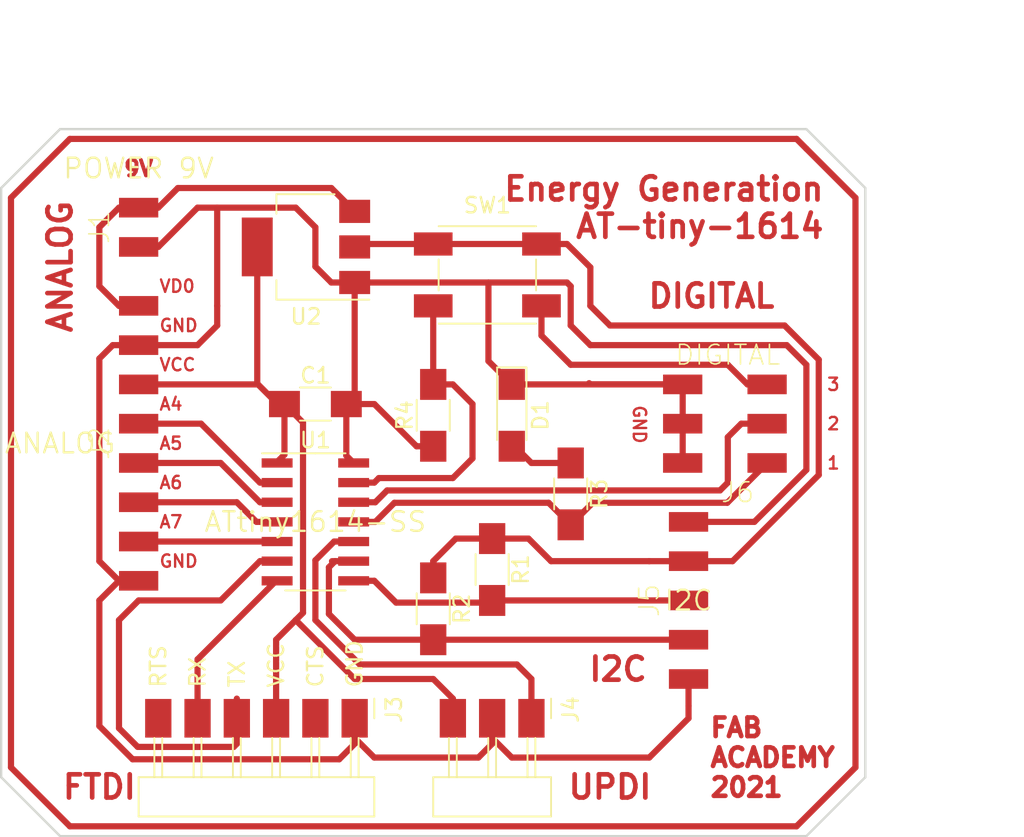
<source format=kicad_pcb>
(kicad_pcb (version 20171130) (host pcbnew 5.1.9-73d0e3b20d~88~ubuntu20.04.1)

  (general
    (thickness 1.6)
    (drawings 34)
    (tracks 185)
    (zones 0)
    (modules 15)
    (nets 19)
  )

  (page A4)
  (layers
    (0 F.Cu signal)
    (31 B.Cu signal hide)
    (32 B.Adhes user hide)
    (33 F.Adhes user)
    (34 B.Paste user hide)
    (35 F.Paste user)
    (36 B.SilkS user hide)
    (37 F.SilkS user hide)
    (38 B.Mask user hide)
    (39 F.Mask user)
    (40 Dwgs.User user)
    (41 Cmts.User user hide)
    (42 Eco1.User user hide)
    (43 Eco2.User user hide)
    (44 Edge.Cuts user)
    (45 Margin user hide)
    (46 B.CrtYd user hide)
    (47 F.CrtYd user)
    (48 B.Fab user hide)
    (49 F.Fab user)
  )

  (setup
    (last_trace_width 0.4)
    (trace_clearance 0.4)
    (zone_clearance 0.508)
    (zone_45_only no)
    (trace_min 0.2)
    (via_size 0.8)
    (via_drill 0.4)
    (via_min_size 0.4)
    (via_min_drill 0.3)
    (uvia_size 0.3)
    (uvia_drill 0.1)
    (uvias_allowed no)
    (uvia_min_size 0.2)
    (uvia_min_drill 0.1)
    (edge_width 0.1)
    (segment_width 0.2)
    (pcb_text_width 0.3)
    (pcb_text_size 1.5 1.5)
    (mod_edge_width 0.15)
    (mod_text_size 1 1)
    (mod_text_width 0.15)
    (pad_size 2 1.7)
    (pad_drill 0)
    (pad_to_mask_clearance 0)
    (aux_axis_origin 0 0)
    (visible_elements FFFFFF7F)
    (pcbplotparams
      (layerselection 0x010fc_ffffffff)
      (usegerberextensions false)
      (usegerberattributes true)
      (usegerberadvancedattributes true)
      (creategerberjobfile true)
      (excludeedgelayer true)
      (linewidth 0.100000)
      (plotframeref false)
      (viasonmask false)
      (mode 1)
      (useauxorigin false)
      (hpglpennumber 1)
      (hpglpenspeed 20)
      (hpglpendiameter 15.000000)
      (psnegative false)
      (psa4output false)
      (plotreference true)
      (plotvalue true)
      (plotinvisibletext false)
      (padsonsilk false)
      (subtractmaskfromsilk false)
      (outputformat 1)
      (mirror false)
      (drillshape 1)
      (scaleselection 1)
      (outputdirectory ""))
  )

  (net 0 "")
  (net 1 /GND)
  (net 2 /VCC)
  (net 3 "Net-(D1-Pad2)")
  (net 4 /VD0)
  (net 5 /PA4)
  (net 6 /PA5)
  (net 7 /PA6)
  (net 8 /PA7)
  (net 9 "Net-(J3-Pad2)")
  (net 10 /TX)
  (net 11 /RX)
  (net 12 "Net-(J3-Pad6)")
  (net 13 /UPDI)
  (net 14 /SDA)
  (net 15 /SCL)
  (net 16 /PA1)
  (net 17 /PA2)
  (net 18 /PA3)

  (net_class Default "This is the default net class."
    (clearance 0.4)
    (trace_width 0.4)
    (via_dia 0.8)
    (via_drill 0.4)
    (uvia_dia 0.3)
    (uvia_drill 0.1)
    (add_net /GND)
    (add_net /PA1)
    (add_net /PA2)
    (add_net /PA3)
    (add_net /PA4)
    (add_net /PA5)
    (add_net /PA6)
    (add_net /PA7)
    (add_net /RX)
    (add_net /SCL)
    (add_net /SDA)
    (add_net /TX)
    (add_net /UPDI)
    (add_net /VCC)
    (add_net /VD0)
    (add_net "Net-(D1-Pad2)")
    (add_net "Net-(J3-Pad2)")
    (add_net "Net-(J3-Pad6)")
  )

  (module fab:Header_SMD_01x03_P2.54mm_Horizontal_Male (layer F.Cu) (tedit 5FFC95A6) (tstamp 6046B674)
    (at 142.24 95.885 270)
    (descr https://s3.amazonaws.com/catalogspreads-pdf/PAGE112-113%20.100%20MALE%20HDR.pdf)
    (tags "horizontal pin header SMD 2.54mm")
    (path /60474504)
    (attr smd)
    (fp_text reference J4 (at -1.524 -2.54 270) (layer F.SilkS)
      (effects (font (size 1 1) (thickness 0.15)) (justify right))
    )
    (fp_text value UPDI (at 5.08 2.54 180) (layer F.Fab)
      (effects (font (size 1 1) (thickness 0.15)))
    )
    (fp_line (start 6.4 -1.8) (end -1.8 -1.8) (layer F.CrtYd) (width 0.05))
    (fp_line (start 6.4 6.9) (end 6.4 -1.8) (layer F.CrtYd) (width 0.05))
    (fp_line (start -1.8 6.9) (end 6.4 6.9) (layer F.CrtYd) (width 0.05))
    (fp_line (start -1.8 -1.8) (end -1.8 6.9) (layer F.CrtYd) (width 0.05))
    (fp_line (start -1.27 -1.27) (end 0 -1.27) (layer F.SilkS) (width 0.12))
    (fp_line (start 3.81 6.35) (end 3.8 -1.27) (layer F.Fab) (width 0.1))
    (fp_line (start 3.8 -1.27) (end 6.34 -1.27) (layer F.Fab) (width 0.1))
    (fp_line (start 3.8 6.35) (end 6.35 6.35) (layer F.Fab) (width 0.1))
    (fp_line (start 6.34 -1.27) (end 6.35 6.35) (layer F.Fab) (width 0.1))
    (fp_line (start 3.81 0) (end -0.635 0) (layer F.Fab) (width 0.1))
    (fp_line (start 3.81 2.54) (end -0.635 2.54) (layer F.Fab) (width 0.1))
    (fp_line (start 3.81 5.08) (end -0.635 5.08) (layer F.Fab) (width 0.1))
    (fp_line (start 3.81 -1.27) (end 6.35 -1.27) (layer F.SilkS) (width 0.12))
    (fp_line (start 6.35 -1.27) (end 6.35 6.35) (layer F.SilkS) (width 0.12))
    (fp_line (start 6.35 6.35) (end 3.81 6.35) (layer F.SilkS) (width 0.12))
    (fp_line (start 3.81 6.35) (end 3.81 -1.27) (layer F.SilkS) (width 0.12))
    (fp_line (start 3.81 -0.254) (end 1.27 -0.254) (layer F.SilkS) (width 0.12))
    (fp_line (start 3.81 0.254) (end 1.27 0.254) (layer F.SilkS) (width 0.12))
    (fp_line (start 3.81 2.286) (end 1.27 2.286) (layer F.SilkS) (width 0.12))
    (fp_line (start 3.81 2.794) (end 1.27 2.794) (layer F.SilkS) (width 0.12))
    (fp_line (start 3.81 4.826) (end 1.27 4.826) (layer F.SilkS) (width 0.12))
    (fp_line (start 3.81 5.334) (end 1.27 5.334) (layer F.SilkS) (width 0.12))
    (fp_line (start -0.635 -0.254) (end -0.635 0.254) (layer F.Fab) (width 0.1))
    (fp_line (start -0.635 2.286) (end -0.635 2.794) (layer F.Fab) (width 0.1))
    (fp_line (start -0.635 4.826) (end -0.635 5.334) (layer F.Fab) (width 0.1))
    (fp_text user %R (at 2.4 2.6) (layer F.Fab)
      (effects (font (size 1 1) (thickness 0.15)))
    )
    (pad 1 smd rect (at 0 0 270) (size 2.5 1.7) (layers F.Cu F.Paste F.Mask)
      (net 13 /UPDI))
    (pad 2 smd rect (at 0 2.54 270) (size 2.5 1.7) (layers F.Cu F.Paste F.Mask)
      (net 1 /GND))
    (pad 3 smd rect (at 0 5.08 270) (size 2.5 1.7) (layers F.Cu F.Paste F.Mask)
      (net 2 /VCC))
    (model "$(FAB)/fab.3dshapes/Header_SMD_01x03_P2.54mm_Horizontal_Male.step"
      (at (xyz 0 0 0))
      (scale (xyz 1 1 1))
      (rotate (xyz 0 0 0))
    )
  )

  (module fab:LED_1206 (layer F.Cu) (tedit 6046CFD7) (tstamp 6046B60B)
    (at 140.97 76.295 270)
    (descr "LED SMD 1206, hand soldering")
    (tags "LED 1206")
    (path /6046F703)
    (attr smd)
    (fp_text reference D1 (at 0 -1.85 90) (layer F.SilkS)
      (effects (font (size 1 1) (thickness 0.15)))
    )
    (fp_text value LED (at -0.095 -1.905 270) (layer F.Fab)
      (effects (font (size 1 1) (thickness 0.15)))
    )
    (fp_line (start 3.25 1.1) (end -3.25 1.1) (layer F.CrtYd) (width 0.05))
    (fp_line (start 3.25 1.1) (end 3.25 -1.11) (layer F.CrtYd) (width 0.05))
    (fp_line (start -3.25 -1.11) (end -3.25 1.1) (layer F.CrtYd) (width 0.05))
    (fp_line (start -3.25 -1.11) (end 3.25 -1.11) (layer F.CrtYd) (width 0.05))
    (fp_line (start -3.1 -0.95) (end 1.6 -0.95) (layer F.SilkS) (width 0.12))
    (fp_line (start -3.1 0.95) (end 1.6 0.95) (layer F.SilkS) (width 0.12))
    (fp_line (start -1.6 -0.8) (end 1.6 -0.8) (layer F.Fab) (width 0.1))
    (fp_line (start 1.6 -0.8) (end 1.6 0.8) (layer F.Fab) (width 0.1))
    (fp_line (start 1.6 0.8) (end -1.6 0.8) (layer F.Fab) (width 0.1))
    (fp_line (start -1.6 0.8) (end -1.6 -0.8) (layer F.Fab) (width 0.1))
    (fp_line (start -0.45 -0.4) (end -0.45 0.4) (layer F.Fab) (width 0.1))
    (fp_line (start 0.2 0.4) (end -0.4 0) (layer F.Fab) (width 0.1))
    (fp_line (start 0.2 -0.4) (end 0.2 0.4) (layer F.Fab) (width 0.1))
    (fp_line (start -0.4 0) (end 0.2 -0.4) (layer F.Fab) (width 0.1))
    (fp_line (start -3.1 -0.95) (end -3.1 0.95) (layer F.SilkS) (width 0.12))
    (pad 2 smd rect (at 2 0 270) (size 2 1.7) (layers F.Cu F.Paste F.Mask)
      (net 3 "Net-(D1-Pad2)"))
    (pad 1 smd rect (at -2 0 270) (size 2 1.7) (layers F.Cu F.Paste F.Mask)
      (net 1 /GND))
    (model ${KISYS3DMOD}/LEDs.3dshapes/LED_1206.wrl
      (at (xyz 0 0 0))
      (scale (xyz 1 1 1))
      (rotate (xyz 0 0 180))
    )
  )

  (module fab:C_1206 (layer F.Cu) (tedit 6002C54C) (tstamp 6046B5F6)
    (at 128.27 75.565)
    (descr "Capacitor SMD 1206, hand soldering")
    (tags "capacitor 1206")
    (path /6046DD35)
    (attr smd)
    (fp_text reference C1 (at 0 -1.85) (layer F.SilkS)
      (effects (font (size 1 1) (thickness 0.15)))
    )
    (fp_text value 1uF (at 0 -1.905) (layer F.Fab)
      (effects (font (size 1 1) (thickness 0.15)))
    )
    (fp_line (start -1.6 0.8) (end -1.6 -0.8) (layer F.Fab) (width 0.1))
    (fp_line (start 1.6 0.8) (end -1.6 0.8) (layer F.Fab) (width 0.1))
    (fp_line (start 1.6 -0.8) (end 1.6 0.8) (layer F.Fab) (width 0.1))
    (fp_line (start -1.6 -0.8) (end 1.6 -0.8) (layer F.Fab) (width 0.1))
    (fp_line (start 1 1.07) (end -1 1.07) (layer F.SilkS) (width 0.12))
    (fp_line (start -1 -1.07) (end 1 -1.07) (layer F.SilkS) (width 0.12))
    (fp_line (start -3.25 -1.11) (end 3.25 -1.11) (layer F.CrtYd) (width 0.05))
    (fp_line (start -3.25 -1.11) (end -3.25 1.1) (layer F.CrtYd) (width 0.05))
    (fp_line (start 3.25 1.1) (end 3.25 -1.11) (layer F.CrtYd) (width 0.05))
    (fp_line (start 3.25 1.1) (end -3.25 1.1) (layer F.CrtYd) (width 0.05))
    (fp_text user %R (at 0 0) (layer F.Fab)
      (effects (font (size 0.7 0.7) (thickness 0.105)))
    )
    (pad 2 smd rect (at 2 0) (size 2 1.7) (layers F.Cu F.Paste F.Mask)
      (net 1 /GND))
    (pad 1 smd rect (at -2 0) (size 2 1.7) (layers F.Cu F.Paste F.Mask)
      (net 2 /VCC))
    (model ${FAB}/fab.3dshapes/C_1206.step
      (at (xyz 0 0 0))
      (scale (xyz 1 1 1))
      (rotate (xyz 0 0 0))
    )
  )

  (module fab:fab-1X02SMD (layer F.Cu) (tedit 5E6F6664) (tstamp 6046B611)
    (at 116.84 64.135)
    (path /604756AE)
    (attr smd)
    (fp_text reference J1 (at -2.54 0 90) (layer F.SilkS)
      (effects (font (size 1.27 1.27) (thickness 0.1016)))
    )
    (fp_text value "POWER 9V" (at 0 -3.81) (layer F.SilkS)
      (effects (font (size 1.27 1.27) (thickness 0.15)))
    )
    (pad 1 smd rect (at 0 -1.27) (size 2.54 1.27) (layers F.Cu F.Paste F.Mask)
      (net 4 /VD0))
    (pad 2 smd rect (at 0 1.27) (size 2.54 1.27) (layers F.Cu F.Paste F.Mask)
      (net 1 /GND))
  )

  (module fab:fab-1X08SMD (layer F.Cu) (tedit 5E6F6B6F) (tstamp 6046B61D)
    (at 116.84 78.105)
    (path /60470836)
    (attr smd)
    (fp_text reference J2 (at -2.54 0 90) (layer F.SilkS)
      (effects (font (size 1.27 1.27) (thickness 0.1016)))
    )
    (fp_text value ANALOG (at -5.08 0) (layer F.SilkS)
      (effects (font (size 1.27 1.27) (thickness 0.15)))
    )
    (pad 1 smd rect (at 0 -8.89) (size 2.54 1.27) (layers F.Cu F.Paste F.Mask)
      (net 4 /VD0))
    (pad 2 smd rect (at 0 -6.35) (size 2.54 1.27) (layers F.Cu F.Paste F.Mask)
      (net 1 /GND))
    (pad 3 smd rect (at 0 -3.81) (size 2.54 1.27) (layers F.Cu F.Paste F.Mask)
      (net 2 /VCC))
    (pad 4 smd rect (at 0 -1.27) (size 2.54 1.27) (layers F.Cu F.Paste F.Mask)
      (net 5 /PA4))
    (pad 5 smd rect (at 0 1.27) (size 2.54 1.27) (layers F.Cu F.Paste F.Mask)
      (net 6 /PA5))
    (pad 6 smd rect (at 0 3.81) (size 2.54 1.27) (layers F.Cu F.Paste F.Mask)
      (net 7 /PA6))
    (pad 8 smd rect (at 0 8.89) (size 2.54 1.27) (layers F.Cu F.Paste F.Mask)
      (net 1 /GND))
    (pad 7 smd rect (at 0 6.35) (size 2.54 1.27) (layers F.Cu F.Paste F.Mask)
      (net 8 /PA7))
  )

  (module fab:Header_SMD_FTDI_01x06_P2.54mm_Horizontal_Male (layer F.Cu) (tedit 5FFD952E) (tstamp 6046B653)
    (at 130.81 95.885 270)
    (descr https://s3.amazonaws.com/catalogspreads-pdf/PAGE112-113%20.100%20MALE%20HDR.pdf)
    (tags "horizontal pin header SMD 2.54mm")
    (path /6046E432)
    (attr smd)
    (fp_text reference J3 (at -1.524 -2.54 270) (layer F.SilkS)
      (effects (font (size 1 1) (thickness 0.15)) (justify right))
    )
    (fp_text value FTDI (at 5.08 6.985 180) (layer F.Fab)
      (effects (font (size 1 1) (thickness 0.15)))
    )
    (fp_line (start -0.635 12.446) (end -0.635 12.954) (layer F.Fab) (width 0.1))
    (fp_line (start -0.635 9.906) (end -0.635 10.414) (layer F.Fab) (width 0.1))
    (fp_line (start -0.635 7.366) (end -0.635 7.874) (layer F.Fab) (width 0.1))
    (fp_line (start -0.635 4.826) (end -0.635 5.334) (layer F.Fab) (width 0.1))
    (fp_line (start -0.635 2.286) (end -0.635 2.794) (layer F.Fab) (width 0.1))
    (fp_line (start -0.635 -0.254) (end -0.635 0.254) (layer F.Fab) (width 0.1))
    (fp_line (start 3.81 12.954) (end 1.27 12.954) (layer F.SilkS) (width 0.12))
    (fp_line (start 3.81 12.446) (end 1.27 12.446) (layer F.SilkS) (width 0.12))
    (fp_line (start 3.81 10.414) (end 1.27 10.414) (layer F.SilkS) (width 0.12))
    (fp_line (start 3.81 9.906) (end 1.27 9.906) (layer F.SilkS) (width 0.12))
    (fp_line (start 3.81 7.874) (end 1.27 7.874) (layer F.SilkS) (width 0.12))
    (fp_line (start 3.81 7.366) (end 1.27 7.366) (layer F.SilkS) (width 0.12))
    (fp_line (start 3.81 5.334) (end 1.27 5.334) (layer F.SilkS) (width 0.12))
    (fp_line (start 3.81 4.826) (end 1.27 4.826) (layer F.SilkS) (width 0.12))
    (fp_line (start 3.81 2.794) (end 1.27 2.794) (layer F.SilkS) (width 0.12))
    (fp_line (start 3.81 2.286) (end 1.27 2.286) (layer F.SilkS) (width 0.12))
    (fp_line (start 3.81 0.254) (end 1.27 0.254) (layer F.SilkS) (width 0.12))
    (fp_line (start 3.81 -0.254) (end 1.27 -0.254) (layer F.SilkS) (width 0.12))
    (fp_line (start 3.81 13.97) (end 3.81 -1.27) (layer F.SilkS) (width 0.12))
    (fp_line (start 6.35 13.97) (end 3.81 13.97) (layer F.SilkS) (width 0.12))
    (fp_line (start 6.35 -1.27) (end 6.35 13.97) (layer F.SilkS) (width 0.12))
    (fp_line (start 3.81 -1.27) (end 6.35 -1.27) (layer F.SilkS) (width 0.12))
    (fp_line (start 3.81 12.7) (end -0.635 12.7) (layer F.Fab) (width 0.1))
    (fp_line (start 3.81 10.16) (end -0.635 10.16) (layer F.Fab) (width 0.1))
    (fp_line (start 3.81 7.62) (end -0.635 7.62) (layer F.Fab) (width 0.1))
    (fp_line (start 3.81 5.08) (end -0.635 5.08) (layer F.Fab) (width 0.1))
    (fp_line (start 3.81 2.54) (end -0.635 2.54) (layer F.Fab) (width 0.1))
    (fp_line (start 3.81 0) (end -0.635 0) (layer F.Fab) (width 0.1))
    (fp_line (start 6.34 -1.27) (end 6.35 13.97) (layer F.Fab) (width 0.1))
    (fp_line (start 3.8 13.97) (end 6.35 13.97) (layer F.Fab) (width 0.1))
    (fp_line (start 3.8 -1.27) (end 6.34 -1.27) (layer F.Fab) (width 0.1))
    (fp_line (start 3.8 13.97) (end 3.8 -1.27) (layer F.Fab) (width 0.1))
    (fp_line (start -1.27 -1.27) (end 0 -1.27) (layer F.SilkS) (width 0.12))
    (fp_line (start -1.8 -1.8) (end -1.8 14.5) (layer F.CrtYd) (width 0.05))
    (fp_line (start -1.8 14.5) (end 6.4 14.5) (layer F.CrtYd) (width 0.05))
    (fp_line (start 6.4 14.5) (end 6.4 -1.8) (layer F.CrtYd) (width 0.05))
    (fp_line (start 6.4 -1.8) (end -1.8 -1.8) (layer F.CrtYd) (width 0.05))
    (fp_text user %R (at 2.6 6.1) (layer F.Fab)
      (effects (font (size 1 1) (thickness 0.15)))
    )
    (fp_text user GND (at -1.905 0 90) (layer F.SilkS)
      (effects (font (size 1 1) (thickness 0.15)) (justify left))
    )
    (fp_text user CTS (at -1.905 2.54 90) (layer F.SilkS)
      (effects (font (size 1 1) (thickness 0.15)) (justify left))
    )
    (fp_text user VCC (at -1.905 5.08 90) (layer F.SilkS)
      (effects (font (size 1 1) (thickness 0.15)) (justify left))
    )
    (fp_text user TX (at -1.905 7.62 90) (layer F.SilkS)
      (effects (font (size 1 1) (thickness 0.15)) (justify left))
    )
    (fp_text user RX (at -1.905 10.16 90) (layer F.SilkS)
      (effects (font (size 1 1) (thickness 0.15)) (justify left))
    )
    (fp_text user RTS (at -1.905 12.7 90) (layer F.SilkS)
      (effects (font (size 1 1) (thickness 0.15)) (justify left))
    )
    (pad 1 smd rect (at 0 0 270) (size 2.5 1.7) (layers F.Cu F.Paste F.Mask)
      (net 1 /GND))
    (pad 2 smd rect (at 0 2.54 270) (size 2.5 1.7) (layers F.Cu F.Paste F.Mask)
      (net 9 "Net-(J3-Pad2)"))
    (pad 3 smd rect (at 0 5.08 270) (size 2.5 1.7) (layers F.Cu F.Paste F.Mask)
      (net 2 /VCC))
    (pad 4 smd rect (at 0 7.62 270) (size 2.5 1.7) (layers F.Cu F.Paste F.Mask)
      (net 10 /TX))
    (pad 5 smd rect (at 0 10.16 270) (size 2.5 1.7) (layers F.Cu F.Paste F.Mask)
      (net 11 /RX))
    (pad 6 smd rect (at 0 12.7 270) (size 2.5 1.7) (layers F.Cu F.Paste F.Mask)
      (net 12 "Net-(J3-Pad6)"))
    (model ${FAB}/fab.3dshapes/Header_SMD_01x06_P2.54mm_Horizontal_Male.step
      (at (xyz 0 0 0))
      (scale (xyz 1 1 1))
      (rotate (xyz 0 0 0))
    )
  )

  (module fab:fab-1X05SMD (layer F.Cu) (tedit 5E6F66F5) (tstamp 6046B67D)
    (at 152.4 88.265)
    (path /60471889)
    (attr smd)
    (fp_text reference J5 (at -2.54 0 90) (layer F.SilkS)
      (effects (font (size 1.27 1.27) (thickness 0.1016)))
    )
    (fp_text value I2C (at 0 0) (layer F.SilkS)
      (effects (font (size 1.27 1.27) (thickness 0.15)))
    )
    (pad 1 smd rect (at 0 -5.08) (size 2.54 1.27) (layers F.Cu F.Paste F.Mask)
      (net 1 /GND))
    (pad 2 smd rect (at 0 -2.54) (size 2.54 1.27) (layers F.Cu F.Paste F.Mask)
      (net 2 /VCC))
    (pad 3 smd rect (at 0 0) (size 2.54 1.27) (layers F.Cu F.Paste F.Mask)
      (net 14 /SDA))
    (pad 4 smd rect (at 0 2.54) (size 2.54 1.27) (layers F.Cu F.Paste F.Mask)
      (net 15 /SCL))
    (pad 5 smd rect (at 0 5.08) (size 2.54 1.27) (layers F.Cu F.Paste F.Mask)
      (net 1 /GND))
  )

  (module fab:fab-2X03SMD (layer F.Cu) (tedit 200000) (tstamp 6046B687)
    (at 154.94 76.835 180)
    (path /6046FEF2)
    (attr smd)
    (fp_text reference J6 (at -0.635 -4.445) (layer F.SilkS)
      (effects (font (size 1.27 1.27) (thickness 0.1016)))
    )
    (fp_text value DIGITAL (at 0 4.445) (layer F.SilkS)
      (effects (font (size 1.27 1.27) (thickness 0.1016)))
    )
    (pad 1 smd rect (at -2.54 -2.54 180) (size 2.54 1.27) (layers F.Cu F.Paste F.Mask)
      (net 16 /PA1))
    (pad 2 smd rect (at 2.91846 -2.54 180) (size 2.54 1.27) (layers F.Cu F.Paste F.Mask)
      (net 1 /GND))
    (pad 3 smd rect (at -2.54 0 180) (size 2.54 1.27) (layers F.Cu F.Paste F.Mask)
      (net 17 /PA2))
    (pad 4 smd rect (at 2.91846 0 180) (size 2.54 1.27) (layers F.Cu F.Paste F.Mask)
      (net 1 /GND))
    (pad 5 smd rect (at -2.54 2.54 180) (size 2.54 1.27) (layers F.Cu F.Paste F.Mask)
      (net 18 /PA3))
    (pad 6 smd rect (at 2.91846 2.54 180) (size 2.54 1.27) (layers F.Cu F.Paste F.Mask)
      (net 1 /GND))
  )

  (module fab:R_1206 (layer F.Cu) (tedit 60020482) (tstamp 6046B698)
    (at 139.7 86.265 270)
    (descr "Resistor SMD 1206, hand soldering")
    (tags "resistor 1206")
    (path /6046CBC8)
    (attr smd)
    (fp_text reference R1 (at 0 -1.85 90) (layer F.SilkS)
      (effects (font (size 1 1) (thickness 0.15)))
    )
    (fp_text value 4.99k (at 0.73 -3.81 180) (layer F.Fab)
      (effects (font (size 1 1) (thickness 0.15)))
    )
    (fp_line (start 3.25 1.1) (end -3.25 1.1) (layer F.CrtYd) (width 0.05))
    (fp_line (start 3.25 1.1) (end 3.25 -1.11) (layer F.CrtYd) (width 0.05))
    (fp_line (start -3.25 -1.11) (end -3.25 1.1) (layer F.CrtYd) (width 0.05))
    (fp_line (start -3.25 -1.11) (end 3.25 -1.11) (layer F.CrtYd) (width 0.05))
    (fp_line (start -1 -1.07) (end 1 -1.07) (layer F.SilkS) (width 0.12))
    (fp_line (start 1 1.07) (end -1 1.07) (layer F.SilkS) (width 0.12))
    (fp_line (start -1.6 -0.8) (end 1.6 -0.8) (layer F.Fab) (width 0.1))
    (fp_line (start 1.6 -0.8) (end 1.6 0.8) (layer F.Fab) (width 0.1))
    (fp_line (start 1.6 0.8) (end -1.6 0.8) (layer F.Fab) (width 0.1))
    (fp_line (start -1.6 0.8) (end -1.6 -0.8) (layer F.Fab) (width 0.1))
    (fp_text user %R (at -3.08 1.905 180) (layer F.Fab)
      (effects (font (size 0.7 0.7) (thickness 0.105)))
    )
    (pad 1 smd rect (at -2 0 270) (size 2 1.7) (layers F.Cu F.Paste F.Mask)
      (net 2 /VCC))
    (pad 2 smd rect (at 2 0 270) (size 2 1.7) (layers F.Cu F.Paste F.Mask)
      (net 14 /SDA))
    (model ${FAB}/fab.3dshapes/R_1206.step
      (at (xyz 0 0 0))
      (scale (xyz 1 1 1))
      (rotate (xyz 0 0 0))
    )
  )

  (module fab:R_1206 (layer F.Cu) (tedit 60020482) (tstamp 6046B6A9)
    (at 135.89 88.805 270)
    (descr "Resistor SMD 1206, hand soldering")
    (tags "resistor 1206")
    (path /6046CF98)
    (attr smd)
    (fp_text reference R2 (at 0 -1.85 90) (layer F.SilkS)
      (effects (font (size 1 1) (thickness 0.15)))
    )
    (fp_text value 4.99k (at 0.73 3.175 180) (layer F.Fab)
      (effects (font (size 1 1) (thickness 0.15)))
    )
    (fp_line (start -1.6 0.8) (end -1.6 -0.8) (layer F.Fab) (width 0.1))
    (fp_line (start 1.6 0.8) (end -1.6 0.8) (layer F.Fab) (width 0.1))
    (fp_line (start 1.6 -0.8) (end 1.6 0.8) (layer F.Fab) (width 0.1))
    (fp_line (start -1.6 -0.8) (end 1.6 -0.8) (layer F.Fab) (width 0.1))
    (fp_line (start 1 1.07) (end -1 1.07) (layer F.SilkS) (width 0.12))
    (fp_line (start -1 -1.07) (end 1 -1.07) (layer F.SilkS) (width 0.12))
    (fp_line (start -3.25 -1.11) (end 3.25 -1.11) (layer F.CrtYd) (width 0.05))
    (fp_line (start -3.25 -1.11) (end -3.25 1.1) (layer F.CrtYd) (width 0.05))
    (fp_line (start 3.25 1.1) (end 3.25 -1.11) (layer F.CrtYd) (width 0.05))
    (fp_line (start 3.25 1.1) (end -3.25 1.1) (layer F.CrtYd) (width 0.05))
    (fp_text user %R (at -3.715 1.27 180) (layer F.Fab)
      (effects (font (size 0.7 0.7) (thickness 0.105)))
    )
    (pad 2 smd rect (at 2 0 270) (size 2 1.7) (layers F.Cu F.Paste F.Mask)
      (net 15 /SCL))
    (pad 1 smd rect (at -2 0 270) (size 2 1.7) (layers F.Cu F.Paste F.Mask)
      (net 2 /VCC))
    (model ${FAB}/fab.3dshapes/R_1206.step
      (at (xyz 0 0 0))
      (scale (xyz 1 1 1))
      (rotate (xyz 0 0 0))
    )
  )

  (module fab:R_1206 (layer F.Cu) (tedit 60020482) (tstamp 6046B6BA)
    (at 144.78 81.375 270)
    (descr "Resistor SMD 1206, hand soldering")
    (tags "resistor 1206")
    (path /6046D332)
    (attr smd)
    (fp_text reference R3 (at 0 -1.85 90) (layer F.SilkS)
      (effects (font (size 1 1) (thickness 0.15)))
    )
    (fp_text value 499 (at -2 -1.905 90) (layer F.Fab)
      (effects (font (size 1 1) (thickness 0.15)))
    )
    (fp_line (start -1.6 0.8) (end -1.6 -0.8) (layer F.Fab) (width 0.1))
    (fp_line (start 1.6 0.8) (end -1.6 0.8) (layer F.Fab) (width 0.1))
    (fp_line (start 1.6 -0.8) (end 1.6 0.8) (layer F.Fab) (width 0.1))
    (fp_line (start -1.6 -0.8) (end 1.6 -0.8) (layer F.Fab) (width 0.1))
    (fp_line (start 1 1.07) (end -1 1.07) (layer F.SilkS) (width 0.12))
    (fp_line (start -1 -1.07) (end 1 -1.07) (layer F.SilkS) (width 0.12))
    (fp_line (start -3.25 -1.11) (end 3.25 -1.11) (layer F.CrtYd) (width 0.05))
    (fp_line (start -3.25 -1.11) (end -3.25 1.1) (layer F.CrtYd) (width 0.05))
    (fp_line (start 3.25 1.1) (end 3.25 -1.11) (layer F.CrtYd) (width 0.05))
    (fp_line (start 3.25 1.1) (end -3.25 1.1) (layer F.CrtYd) (width 0.05))
    (fp_text user %R (at 1.81 -1.905 90) (layer F.Fab)
      (effects (font (size 0.7 0.7) (thickness 0.105)))
    )
    (pad 2 smd rect (at 2 0 270) (size 2 1.7) (layers F.Cu F.Paste F.Mask)
      (net 16 /PA1))
    (pad 1 smd rect (at -2 0 270) (size 2 1.7) (layers F.Cu F.Paste F.Mask)
      (net 3 "Net-(D1-Pad2)"))
    (model ${FAB}/fab.3dshapes/R_1206.step
      (at (xyz 0 0 0))
      (scale (xyz 1 1 1))
      (rotate (xyz 0 0 0))
    )
  )

  (module fab:R_1206 (layer F.Cu) (tedit 60020482) (tstamp 6046B6CB)
    (at 135.89 76.295 90)
    (descr "Resistor SMD 1206, hand soldering")
    (tags "resistor 1206")
    (path /6046D77D)
    (attr smd)
    (fp_text reference R4 (at 0 -1.85 90) (layer F.SilkS)
      (effects (font (size 1 1) (thickness 0.15)))
    )
    (fp_text value 1k (at 1.365 -1.905 90) (layer F.Fab)
      (effects (font (size 1 1) (thickness 0.15)))
    )
    (fp_line (start 3.25 1.1) (end -3.25 1.1) (layer F.CrtYd) (width 0.05))
    (fp_line (start 3.25 1.1) (end 3.25 -1.11) (layer F.CrtYd) (width 0.05))
    (fp_line (start -3.25 -1.11) (end -3.25 1.1) (layer F.CrtYd) (width 0.05))
    (fp_line (start -3.25 -1.11) (end 3.25 -1.11) (layer F.CrtYd) (width 0.05))
    (fp_line (start -1 -1.07) (end 1 -1.07) (layer F.SilkS) (width 0.12))
    (fp_line (start 1 1.07) (end -1 1.07) (layer F.SilkS) (width 0.12))
    (fp_line (start -1.6 -0.8) (end 1.6 -0.8) (layer F.Fab) (width 0.1))
    (fp_line (start 1.6 -0.8) (end 1.6 0.8) (layer F.Fab) (width 0.1))
    (fp_line (start 1.6 0.8) (end -1.6 0.8) (layer F.Fab) (width 0.1))
    (fp_line (start -1.6 0.8) (end -1.6 -0.8) (layer F.Fab) (width 0.1))
    (fp_text user %R (at 0 0 90) (layer F.Fab)
      (effects (font (size 0.7 0.7) (thickness 0.105)))
    )
    (pad 1 smd rect (at -2 0 90) (size 2 1.7) (layers F.Cu F.Paste F.Mask)
      (net 1 /GND))
    (pad 2 smd rect (at 2 0 90) (size 2 1.7) (layers F.Cu F.Paste F.Mask)
      (net 18 /PA3))
    (model ${FAB}/fab.3dshapes/R_1206.step
      (at (xyz 0 0 0))
      (scale (xyz 1 1 1))
      (rotate (xyz 0 0 0))
    )
  )

  (module fab:Button_Omron_B3SN_6x6mm (layer F.Cu) (tedit 5EC65B05) (tstamp 6046B6E1)
    (at 139.39 67.215)
    (descr "Surface Mount Tactile Switch for High-Density Packaging")
    (tags "Tactile Switch")
    (path /6046EE52)
    (attr smd)
    (fp_text reference SW1 (at 0 -4.5) (layer F.SilkS)
      (effects (font (size 1 1) (thickness 0.15)))
    )
    (fp_text value BUTTON (at -2.865 -4.35) (layer F.Fab)
      (effects (font (size 1 1) (thickness 0.15)))
    )
    (fp_line (start -3 3) (end -3 -3) (layer F.Fab) (width 0.1))
    (fp_line (start 3 3) (end -3 3) (layer F.Fab) (width 0.1))
    (fp_line (start 3 -3) (end 3 3) (layer F.Fab) (width 0.1))
    (fp_line (start -3 -3) (end 3 -3) (layer F.Fab) (width 0.1))
    (fp_circle (center 0 0) (end 1.65 0) (layer F.Fab) (width 0.1))
    (fp_line (start 3.15 -1) (end 3.15 1) (layer F.SilkS) (width 0.12))
    (fp_line (start 3.15 3.15) (end -3.15 3.15) (layer F.SilkS) (width 0.12))
    (fp_line (start -3.15 1) (end -3.15 -1) (layer F.SilkS) (width 0.12))
    (fp_line (start -3.15 -3.15) (end 3.15 -3.15) (layer F.SilkS) (width 0.12))
    (fp_line (start -5 -3.7) (end -5 3.7) (layer F.CrtYd) (width 0.05))
    (fp_line (start 5 -3.7) (end -5 -3.7) (layer F.CrtYd) (width 0.05))
    (fp_line (start 5 3.7) (end 5 -3.7) (layer F.CrtYd) (width 0.05))
    (fp_line (start -5 3.7) (end 5 3.7) (layer F.CrtYd) (width 0.05))
    (fp_text user %R (at -4.135 -6.255) (layer F.Fab)
      (effects (font (size 1 1) (thickness 0.15)))
    )
    (pad 2 smd rect (at 3.5 2) (size 2.5 1.5) (layers F.Cu F.Paste F.Mask)
      (net 18 /PA3))
    (pad 2 smd rect (at -3.5 2) (size 2.5 1.5) (layers F.Cu F.Paste F.Mask)
      (net 18 /PA3))
    (pad 1 smd rect (at 3.5 -2) (size 2.5 1.5) (layers F.Cu F.Paste F.Mask)
      (net 2 /VCC))
    (pad 1 smd rect (at -3.5 -2) (size 2.5 1.5) (layers F.Cu F.Paste F.Mask)
      (net 2 /VCC))
    (model ${KISYS3DMOD}/Buttons_Switches_SMD.3dshapes/SW_SPST_B3S-1000.wrl
      (at (xyz 0 0 0))
      (scale (xyz 1 1 1))
      (rotate (xyz 0 0 0))
    )
  )

  (module fab:SOIC-14_3.9x8.7mm_P1.27mm (layer F.Cu) (tedit 60030324) (tstamp 6046B701)
    (at 128.27 83.185)
    (descr "SOIC, 14 Pin, fab version")
    (tags "SOIC fab")
    (path /6046BDCE)
    (attr smd)
    (fp_text reference U1 (at 0 -5.28) (layer F.SilkS)
      (effects (font (size 1 1) (thickness 0.15)))
    )
    (fp_text value ATtiny1614-SS (at 0 0) (layer F.SilkS)
      (effects (font (size 1.27 1.27) (thickness 0.15)))
    )
    (fp_line (start -1.95 -3.35) (end -0.975 -4.325) (layer F.Fab) (width 0.1))
    (fp_line (start -1.95 4.325) (end -1.95 -3.35) (layer F.Fab) (width 0.1))
    (fp_line (start 1.95 4.325) (end -1.95 4.325) (layer F.Fab) (width 0.1))
    (fp_line (start 1.95 -4.325) (end 1.95 4.325) (layer F.Fab) (width 0.1))
    (fp_line (start -0.975 -4.325) (end 1.95 -4.325) (layer F.Fab) (width 0.1))
    (fp_line (start 0 -4.435) (end -3.45 -4.435) (layer F.SilkS) (width 0.12))
    (fp_line (start 0 -4.435) (end 1.95 -4.435) (layer F.SilkS) (width 0.12))
    (fp_line (start 0 4.435) (end -1.95 4.435) (layer F.SilkS) (width 0.12))
    (fp_line (start 0 4.435) (end 1.95 4.435) (layer F.SilkS) (width 0.12))
    (fp_line (start -3.6 -4.5) (end 3.7 -4.5) (layer F.CrtYd) (width 0.05))
    (fp_line (start 3.7 -4.5) (end 3.7 4.5) (layer F.CrtYd) (width 0.05))
    (fp_line (start 3.7 4.5) (end -3.6 4.5) (layer F.CrtYd) (width 0.05))
    (fp_line (start -3.6 4.5) (end -3.6 -4.5) (layer F.CrtYd) (width 0.05))
    (fp_text user %R (at 0.635 -5.08) (layer F.CrtYd)
      (effects (font (size 1 1) (thickness 0.15)))
    )
    (pad 1 smd rect (at -2.475 -3.81) (size 2 0.6) (layers F.Cu F.Paste F.Mask)
      (net 2 /VCC))
    (pad 2 smd rect (at -2.475 -2.54) (size 2 0.6) (layers F.Cu F.Paste F.Mask)
      (net 5 /PA4))
    (pad 3 smd rect (at -2.475 -1.27) (size 2 0.6) (layers F.Cu F.Paste F.Mask)
      (net 6 /PA5))
    (pad 4 smd rect (at -2.475 0) (size 2 0.6) (layers F.Cu F.Paste F.Mask)
      (net 7 /PA6))
    (pad 5 smd rect (at -2.475 1.27) (size 2 0.6) (layers F.Cu F.Paste F.Mask)
      (net 8 /PA7))
    (pad 6 smd rect (at -2.475 2.54) (size 2 0.6) (layers F.Cu F.Paste F.Mask)
      (net 10 /TX))
    (pad 7 smd rect (at -2.475 3.81) (size 2 0.6) (layers F.Cu F.Paste F.Mask)
      (net 11 /RX))
    (pad 8 smd rect (at 2.475 3.81) (size 2 0.6) (layers F.Cu F.Paste F.Mask)
      (net 14 /SDA))
    (pad 9 smd rect (at 2.475 2.54) (size 2 0.6) (layers F.Cu F.Paste F.Mask)
      (net 15 /SCL))
    (pad 10 smd rect (at 2.475 1.27) (size 2 0.6) (layers F.Cu F.Paste F.Mask)
      (net 13 /UPDI))
    (pad 11 smd rect (at 2.475 0) (size 2 0.6) (layers F.Cu F.Paste F.Mask)
      (net 16 /PA1))
    (pad 12 smd rect (at 2.475 -1.27) (size 2 0.6) (layers F.Cu F.Paste F.Mask)
      (net 17 /PA2))
    (pad 13 smd rect (at 2.475 -2.54) (size 2 0.6) (layers F.Cu F.Paste F.Mask)
      (net 18 /PA3))
    (pad 14 smd rect (at 2.475 -3.81) (size 2 0.6) (layers F.Cu F.Paste F.Mask)
      (net 1 /GND))
    (model ${FAB}/fab.3dshapes/SOIC-14_3.9x8.7mm_P1.27mm.step
      (at (xyz 0 0 0))
      (scale (xyz 1 1 1))
      (rotate (xyz 0 0 0))
    )
  )

  (module fab:SOT-223-3_TabPin2 (layer F.Cu) (tedit 58CE4E7E) (tstamp 6046B717)
    (at 127.66 65.405 180)
    (descr "module CMS SOT223 4 pins")
    (tags "CMS SOT")
    (path /60473E21)
    (attr smd)
    (fp_text reference U2 (at 0 -4.5) (layer F.SilkS)
      (effects (font (size 1 1) (thickness 0.15)))
    )
    (fp_text value VREG (at 0 4.5) (layer F.Fab)
      (effects (font (size 1 1) (thickness 0.15)))
    )
    (fp_line (start 1.91 3.41) (end 1.91 2.15) (layer F.SilkS) (width 0.12))
    (fp_line (start 1.91 -3.41) (end 1.91 -2.15) (layer F.SilkS) (width 0.12))
    (fp_line (start 4.4 -3.6) (end -4.4 -3.6) (layer F.CrtYd) (width 0.05))
    (fp_line (start 4.4 3.6) (end 4.4 -3.6) (layer F.CrtYd) (width 0.05))
    (fp_line (start -4.4 3.6) (end 4.4 3.6) (layer F.CrtYd) (width 0.05))
    (fp_line (start -4.4 -3.6) (end -4.4 3.6) (layer F.CrtYd) (width 0.05))
    (fp_line (start -1.85 -2.35) (end -0.85 -3.35) (layer F.Fab) (width 0.1))
    (fp_line (start -1.85 -2.35) (end -1.85 3.35) (layer F.Fab) (width 0.1))
    (fp_line (start -1.85 3.41) (end 1.91 3.41) (layer F.SilkS) (width 0.12))
    (fp_line (start -0.85 -3.35) (end 1.85 -3.35) (layer F.Fab) (width 0.1))
    (fp_line (start -4.1 -3.41) (end 1.91 -3.41) (layer F.SilkS) (width 0.12))
    (fp_line (start -1.85 3.35) (end 1.85 3.35) (layer F.Fab) (width 0.1))
    (fp_line (start 1.85 -3.35) (end 1.85 3.35) (layer F.Fab) (width 0.1))
    (fp_text user %R (at 0 0 90) (layer F.Fab)
      (effects (font (size 0.8 0.8) (thickness 0.12)))
    )
    (pad 1 smd rect (at -3.15 -2.3 180) (size 2 1.5) (layers F.Cu F.Paste F.Mask)
      (net 1 /GND))
    (pad 3 smd rect (at -3.15 2.3 180) (size 2 1.5) (layers F.Cu F.Paste F.Mask)
      (net 4 /VD0))
    (pad 2 smd rect (at -3.15 0 180) (size 2 1.5) (layers F.Cu F.Paste F.Mask)
      (net 2 /VCC))
    (pad 2 smd rect (at 3.15 0 180) (size 2 3.8) (layers F.Cu F.Paste F.Mask)
      (net 2 /VCC))
    (model ${KISYS3DMOD}/TO_SOT_Packages_SMD.3dshapes/SOT-223.wrl
      (at (xyz 0 0 0))
      (scale (xyz 1 1 1))
      (rotate (xyz 0 0 0))
    )
  )

  (gr_line (start 73.66 124.46) (end 73.66 76.2) (layer Margin) (width 0.15) (tstamp 6046F7E0))
  (gr_line (start 132.08 124.46) (end 73.66 124.46) (layer Margin) (width 0.15))
  (gr_line (start 132.08 76.2) (end 132.08 124.46) (layer Margin) (width 0.15))
  (gr_line (start 73.66 76.2) (end 132.08 76.2) (layer Margin) (width 0.15))
  (dimension 55.88 (width 0.15) (layer Dwgs.User)
    (gr_text "55.880 mm" (at 135.89 50.135) (layer Dwgs.User)
      (effects (font (size 1 1) (thickness 0.15)))
    )
    (feature1 (pts (xy 163.83 80.645) (xy 163.83 50.848579)))
    (feature2 (pts (xy 107.95 80.645) (xy 107.95 50.848579)))
    (crossbar (pts (xy 107.95 51.435) (xy 163.83 51.435)))
    (arrow1a (pts (xy 163.83 51.435) (xy 162.703496 52.021421)))
    (arrow1b (pts (xy 163.83 51.435) (xy 162.703496 50.848579)))
    (arrow2a (pts (xy 107.95 51.435) (xy 109.076504 52.021421)))
    (arrow2b (pts (xy 107.95 51.435) (xy 109.076504 50.848579)))
  )
  (dimension 45.72 (width 0.15) (layer Dwgs.User)
    (gr_text "45.720 mm" (at 172.75 80.645 270) (layer Dwgs.User)
      (effects (font (size 1 1) (thickness 0.15)))
    )
    (feature1 (pts (xy 149.86 103.505) (xy 172.036421 103.505)))
    (feature2 (pts (xy 149.86 57.785) (xy 172.036421 57.785)))
    (crossbar (pts (xy 171.45 57.785) (xy 171.45 103.505)))
    (arrow1a (pts (xy 171.45 103.505) (xy 170.863579 102.378496)))
    (arrow1b (pts (xy 171.45 103.505) (xy 172.036421 102.378496)))
    (arrow2a (pts (xy 171.45 57.785) (xy 170.863579 58.911504)))
    (arrow2b (pts (xy 171.45 57.785) (xy 172.036421 58.911504)))
  )
  (gr_line (start 111.76 57.785) (end 107.95 61.595) (layer Edge.Cuts) (width 0.15) (tstamp 6046F741))
  (gr_line (start 160.02 57.785) (end 111.76 57.785) (layer Edge.Cuts) (width 0.15))
  (gr_line (start 163.83 61.595) (end 160.02 57.785) (layer Edge.Cuts) (width 0.15))
  (gr_line (start 163.83 99.695) (end 163.83 61.595) (layer Edge.Cuts) (width 0.15))
  (gr_line (start 160.02 103.505) (end 163.83 99.695) (layer Edge.Cuts) (width 0.15))
  (gr_line (start 111.76 103.505) (end 160.02 103.505) (layer Edge.Cuts) (width 0.15))
  (gr_line (start 107.95 99.695) (end 111.76 103.505) (layer Edge.Cuts) (width 0.15))
  (gr_line (start 107.95 61.595) (end 107.95 99.695) (layer Edge.Cuts) (width 0.15))
  (gr_text "FAB \nACADEMY \n2021" (at 153.67 98.425) (layer F.Cu)
    (effects (font (size 1.2 1.2) (thickness 0.3)) (justify left))
  )
  (gr_text 1 (at 161.29 79.375) (layer F.Cu) (tstamp 6046F638)
    (effects (font (size 0.8 0.8) (thickness 0.15)) (justify left))
  )
  (gr_text 2 (at 161.29 76.835) (layer F.Cu) (tstamp 6046F633)
    (effects (font (size 0.8 0.8) (thickness 0.15)) (justify left))
  )
  (gr_text GND (at 149.225 75.565 -90) (layer F.Cu) (tstamp 6046F602)
    (effects (font (size 0.8 0.8) (thickness 0.15)) (justify left))
  )
  (gr_text 3 (at 161.29 74.295) (layer F.Cu) (tstamp 6046F5FE)
    (effects (font (size 0.8 0.8) (thickness 0.15)) (justify left))
  )
  (gr_text DIGITAL (at 158.115 68.58) (layer F.Cu) (tstamp 6046F5EA)
    (effects (font (size 1.5 1.5) (thickness 0.3)) (justify right))
  )
  (gr_text I2C (at 149.86 92.71) (layer F.Cu) (tstamp 6046F5E1)
    (effects (font (size 1.5 1.5) (thickness 0.3)) (justify right))
  )
  (gr_text GND (at 118.11 85.725) (layer F.Cu) (tstamp 6046F578)
    (effects (font (size 0.8 0.8) (thickness 0.15)) (justify left))
  )
  (gr_text A7 (at 118.11 83.185) (layer F.Cu) (tstamp 6046F56F)
    (effects (font (size 0.8 0.8) (thickness 0.15)) (justify left))
  )
  (gr_text A6 (at 118.11 80.645) (layer F.Cu) (tstamp 6046F4EA)
    (effects (font (size 0.8 0.8) (thickness 0.15)) (justify left))
  )
  (gr_text A5 (at 118.11 78.105) (layer F.Cu) (tstamp 6046F4EA)
    (effects (font (size 0.8 0.8) (thickness 0.15)) (justify left))
  )
  (gr_text A4 (at 118.11 75.565) (layer F.Cu) (tstamp 6046F4DD)
    (effects (font (size 0.8 0.8) (thickness 0.15)) (justify left))
  )
  (gr_text UPDI (at 147.32 100.33) (layer F.Cu) (tstamp 6046F4D4)
    (effects (font (size 1.5 1.5) (thickness 0.3)))
  )
  (gr_text FTDI (at 114.3 100.33) (layer F.Cu) (tstamp 6046F4C8)
    (effects (font (size 1.5 1.5) (thickness 0.3)))
  )
  (gr_text 9V (at 116.84 60.325) (layer F.Cu) (tstamp 6046F4BF)
    (effects (font (size 1 1) (thickness 0.25)))
  )
  (gr_text VD0 (at 118.11 67.945) (layer F.Cu) (tstamp 6046F4B9)
    (effects (font (size 0.8 0.8) (thickness 0.15)) (justify left))
  )
  (gr_text GND (at 118.11 70.485) (layer F.Cu) (tstamp 6046F4B5)
    (effects (font (size 0.8 0.8) (thickness 0.15)) (justify left))
  )
  (gr_text VCC (at 118.11 73.025) (layer F.Cu)
    (effects (font (size 0.8 0.8) (thickness 0.15)) (justify left))
  )
  (gr_text "Energy Generation\nAT-tiny-1614" (at 161.29 62.865) (layer F.Cu)
    (effects (font (size 1.5 1.5) (thickness 0.3)) (justify right))
  )
  (gr_text ANALOG (at 111.76 66.675 90) (layer F.Cu)
    (effects (font (size 1.5 1.5) (thickness 0.3)))
  )

  (segment (start 163.195 62.23) (end 160.02 59.055) (width 0.4) (layer F.Cu) (net 0))
  (segment (start 163.195 99.06) (end 163.195 62.23) (width 0.4) (layer F.Cu) (net 0))
  (segment (start 159.385 102.87) (end 163.195 99.06) (width 0.4) (layer F.Cu) (net 0))
  (segment (start 112.395 102.87) (end 159.385 102.87) (width 0.4) (layer F.Cu) (net 0))
  (segment (start 108.585 99.06) (end 112.395 102.87) (width 0.4) (layer F.Cu) (net 0))
  (segment (start 108.585 62.23) (end 108.585 99.06) (width 0.4) (layer F.Cu) (net 0))
  (segment (start 112.395 58.42) (end 108.585 62.23) (width 0.4) (layer F.Cu) (net 0))
  (segment (start 159.385 58.42) (end 112.395 58.42) (width 0.4) (layer F.Cu) (net 0))
  (segment (start 160.02 59.055) (end 159.385 58.42) (width 0.4) (layer F.Cu) (net 0))
  (segment (start 152.02154 79.375) (end 152.02154 76.835) (width 0.4) (layer F.Cu) (net 1))
  (segment (start 152.02154 76.835) (end 152.02154 74.295) (width 0.4) (layer F.Cu) (net 1))
  (segment (start 152.02154 74.295) (end 140.97 74.295) (width 0.4) (layer F.Cu) (net 1))
  (segment (start 146.05 74.295) (end 152.02154 74.295) (width 0.4) (layer F.Cu) (net 1))
  (segment (start 145.970002 74.215002) (end 146.05 74.295) (width 0.4) (layer F.Cu) (net 1))
  (segment (start 130.81 75.025) (end 130.27 75.565) (width 0.4) (layer F.Cu) (net 1))
  (segment (start 130.81 67.705) (end 130.81 75.025) (width 0.4) (layer F.Cu) (net 1))
  (segment (start 116.84 86.995) (end 115.57 86.995) (width 0.4) (layer F.Cu) (net 1))
  (segment (start 115.57 86.995) (end 114.3 85.725) (width 0.4) (layer F.Cu) (net 1))
  (segment (start 116.84 65.405) (end 118.11 65.405) (width 0.4) (layer F.Cu) (net 1))
  (segment (start 118.11 65.405) (end 120.65 62.865) (width 0.4) (layer F.Cu) (net 1))
  (segment (start 120.65 62.865) (end 127 62.865) (width 0.4) (layer F.Cu) (net 1))
  (segment (start 127 62.865) (end 128.27 64.135) (width 0.4) (layer F.Cu) (net 1))
  (segment (start 128.27 64.135) (end 128.27 66.675) (width 0.4) (layer F.Cu) (net 1))
  (segment (start 129.3 67.705) (end 130.81 67.705) (width 0.4) (layer F.Cu) (net 1))
  (segment (start 128.27 66.675) (end 129.3 67.705) (width 0.4) (layer F.Cu) (net 1))
  (segment (start 115.17 71.755) (end 116.84 71.755) (width 0.4) (layer F.Cu) (net 1))
  (segment (start 114.3 72.625) (end 115.17 71.755) (width 0.4) (layer F.Cu) (net 1))
  (segment (start 114.3 85.725) (end 114.3 72.625) (width 0.4) (layer F.Cu) (net 1))
  (segment (start 121.92 69.215) (end 121.92 62.865) (width 0.4) (layer F.Cu) (net 1))
  (segment (start 130.27 78.9) (end 130.745 79.375) (width 0.4) (layer F.Cu) (net 1))
  (segment (start 130.27 75.565) (end 130.27 78.9) (width 0.4) (layer F.Cu) (net 1))
  (segment (start 139.46 67.705) (end 139.46 72.785) (width 0.4) (layer F.Cu) (net 1))
  (segment (start 130.81 67.705) (end 139.46 67.705) (width 0.4) (layer F.Cu) (net 1))
  (segment (start 139.46 72.785) (end 140.97 74.295) (width 0.4) (layer F.Cu) (net 1))
  (segment (start 130.81 97.535) (end 130.81 95.885) (width 0.4) (layer F.Cu) (net 1))
  (segment (start 129.809989 98.535011) (end 130.81 97.535) (width 0.4) (layer F.Cu) (net 1))
  (segment (start 116.448625 98.535011) (end 129.809989 98.535011) (width 0.4) (layer F.Cu) (net 1))
  (segment (start 114.3 96.386386) (end 116.448625 98.535011) (width 0.4) (layer F.Cu) (net 1))
  (segment (start 114.3 88.265) (end 114.3 96.386386) (width 0.4) (layer F.Cu) (net 1))
  (segment (start 115.57 86.995) (end 114.3 88.265) (width 0.4) (layer F.Cu) (net 1))
  (segment (start 130.81 95.885) (end 130.81 97.155) (width 0.4) (layer F.Cu) (net 1))
  (segment (start 130.81 97.155) (end 132.08 98.425) (width 0.4) (layer F.Cu) (net 1))
  (segment (start 139.7 97.535) (end 139.7 95.885) (width 0.4) (layer F.Cu) (net 1))
  (segment (start 138.81 98.425) (end 139.7 97.535) (width 0.4) (layer F.Cu) (net 1))
  (segment (start 132.08 98.425) (end 138.81 98.425) (width 0.4) (layer F.Cu) (net 1))
  (segment (start 116.84 71.755) (end 120.65 71.755) (width 0.4) (layer F.Cu) (net 1))
  (segment (start 120.65 71.755) (end 121.92 70.485) (width 0.4) (layer F.Cu) (net 1))
  (segment (start 121.92 70.485) (end 121.92 69.215) (width 0.4) (layer F.Cu) (net 1))
  (segment (start 156.655002 83.185) (end 152.4 83.185) (width 0.4) (layer F.Cu) (net 1))
  (segment (start 160.02 73.025) (end 160.02 79.820002) (width 0.4) (layer F.Cu) (net 1))
  (segment (start 160.02 79.820002) (end 156.655002 83.185) (width 0.4) (layer F.Cu) (net 1))
  (segment (start 158.75 71.755) (end 160.02 73.025) (width 0.4) (layer F.Cu) (net 1))
  (segment (start 146.05 71.755) (end 158.75 71.755) (width 0.4) (layer F.Cu) (net 1))
  (segment (start 144.78 70.485) (end 146.05 71.755) (width 0.4) (layer F.Cu) (net 1))
  (segment (start 144.78 67.945) (end 144.78 70.485) (width 0.4) (layer F.Cu) (net 1))
  (segment (start 144.54 67.705) (end 144.78 67.945) (width 0.4) (layer F.Cu) (net 1))
  (segment (start 139.46 67.705) (end 144.54 67.705) (width 0.4) (layer F.Cu) (net 1))
  (segment (start 152.4 95.087897) (end 152.4 93.345) (width 0.4) (layer F.Cu) (net 1))
  (segment (start 152.4 95.885) (end 152.4 95.087897) (width 0.4) (layer F.Cu) (net 1))
  (segment (start 149.86 98.425) (end 152.4 95.885) (width 0.4) (layer F.Cu) (net 1))
  (segment (start 140.97 98.425) (end 149.86 98.425) (width 0.4) (layer F.Cu) (net 1))
  (segment (start 139.7 97.155) (end 140.97 98.425) (width 0.4) (layer F.Cu) (net 1))
  (segment (start 139.7 95.885) (end 139.7 97.155) (width 0.4) (layer F.Cu) (net 1))
  (segment (start 135.89 78.295) (end 134.81 78.295) (width 0.4) (layer F.Cu) (net 1))
  (segment (start 132.08 75.565) (end 130.27 75.565) (width 0.4) (layer F.Cu) (net 1))
  (segment (start 134.81 78.295) (end 132.08 75.565) (width 0.4) (layer F.Cu) (net 1))
  (segment (start 142.89 65.215) (end 135.89 65.215) (width 0.4) (layer F.Cu) (net 2))
  (segment (start 131 65.215) (end 130.81 65.405) (width 0.4) (layer F.Cu) (net 2))
  (segment (start 135.89 65.215) (end 131 65.215) (width 0.4) (layer F.Cu) (net 2))
  (segment (start 124.51 65.405) (end 124.51 74.245) (width 0.4) (layer F.Cu) (net 2))
  (segment (start 125.83 75.565) (end 126.27 75.565) (width 0.4) (layer F.Cu) (net 2))
  (segment (start 124.51 74.245) (end 125.83 75.565) (width 0.4) (layer F.Cu) (net 2))
  (segment (start 124.46 74.295) (end 124.51 74.245) (width 0.4) (layer F.Cu) (net 2))
  (segment (start 116.84 74.295) (end 124.46 74.295) (width 0.4) (layer F.Cu) (net 2))
  (segment (start 126.27 75.565) (end 126.27 78.835) (width 0.4) (layer F.Cu) (net 2))
  (segment (start 125.795 79.31) (end 125.795 79.375) (width 0.4) (layer F.Cu) (net 2))
  (segment (start 126.27 78.835) (end 125.795 79.31) (width 0.4) (layer F.Cu) (net 2))
  (segment (start 135.89 86.805) (end 135.89 85.725) (width 0.4) (layer F.Cu) (net 2))
  (segment (start 137.35 84.265) (end 139.7 84.265) (width 0.4) (layer F.Cu) (net 2))
  (segment (start 135.89 85.725) (end 137.35 84.265) (width 0.4) (layer F.Cu) (net 2))
  (segment (start 139.7 84.265) (end 142.05 84.265) (width 0.4) (layer F.Cu) (net 2))
  (segment (start 142.05 84.265) (end 143.51 85.725) (width 0.4) (layer F.Cu) (net 2))
  (segment (start 143.51 85.725) (end 149.86 85.725) (width 0.4) (layer F.Cu) (net 2))
  (segment (start 137.16 95.885) (end 137.16 94.615) (width 0.4) (layer F.Cu) (net 2))
  (segment (start 137.16 94.615) (end 135.89 93.345) (width 0.4) (layer F.Cu) (net 2))
  (segment (start 125.73 93.345) (end 125.73 90.805) (width 0.4) (layer F.Cu) (net 2))
  (segment (start 125.73 94.615) (end 125.73 93.345) (width 0.4) (layer F.Cu) (net 2))
  (segment (start 130.81 93.345) (end 127 89.535) (width 0.4) (layer F.Cu) (net 2))
  (segment (start 135.89 93.345) (end 130.81 93.345) (width 0.4) (layer F.Cu) (net 2))
  (segment (start 125.73 90.805) (end 127 89.535) (width 0.4) (layer F.Cu) (net 2))
  (segment (start 160.82001 72.693626) (end 158.611384 70.485) (width 0.4) (layer F.Cu) (net 2))
  (segment (start 160.82001 80.151376) (end 160.82001 72.693626) (width 0.4) (layer F.Cu) (net 2))
  (segment (start 155.246386 85.725) (end 160.82001 80.151376) (width 0.4) (layer F.Cu) (net 2))
  (segment (start 149.86 85.725) (end 155.246386 85.725) (width 0.4) (layer F.Cu) (net 2))
  (segment (start 158.611384 70.485) (end 147.32 70.485) (width 0.4) (layer F.Cu) (net 2))
  (segment (start 147.32 70.485) (end 146.05 69.215) (width 0.4) (layer F.Cu) (net 2))
  (segment (start 144.54 65.215) (end 142.89 65.215) (width 0.4) (layer F.Cu) (net 2))
  (segment (start 146.05 66.725) (end 144.54 65.215) (width 0.4) (layer F.Cu) (net 2))
  (segment (start 146.05 69.215) (end 146.05 66.725) (width 0.4) (layer F.Cu) (net 2))
  (segment (start 127.46999 76.76499) (end 126.27 75.565) (width 0.4) (layer F.Cu) (net 2))
  (segment (start 127.46999 89.06501) (end 127.46999 76.76499) (width 0.4) (layer F.Cu) (net 2))
  (segment (start 127 89.535) (end 127.46999 89.06501) (width 0.4) (layer F.Cu) (net 2))
  (segment (start 144.78 79.375) (end 142.24 79.375) (width 0.4) (layer F.Cu) (net 3))
  (segment (start 142.24 79.375) (end 140.97 78.105) (width 0.4) (layer F.Cu) (net 3))
  (segment (start 116.879999 62.904999) (end 116.84 62.865) (width 0.4) (layer F.Cu) (net 4))
  (segment (start 130.81 63.105) (end 130.609999 62.904999) (width 0.4) (layer F.Cu) (net 4))
  (segment (start 116.84 62.865) (end 118.11 62.865) (width 0.4) (layer F.Cu) (net 4))
  (segment (start 118.11 62.865) (end 119.38 61.595) (width 0.4) (layer F.Cu) (net 4))
  (segment (start 129.3 61.595) (end 130.81 63.105) (width 0.4) (layer F.Cu) (net 4))
  (segment (start 119.38 61.595) (end 129.3 61.595) (width 0.4) (layer F.Cu) (net 4))
  (segment (start 116.84 69.215) (end 115.57 69.215) (width 0.4) (layer F.Cu) (net 4))
  (segment (start 115.57 69.215) (end 114.3 67.945) (width 0.4) (layer F.Cu) (net 4))
  (segment (start 114.3 67.945) (end 114.3 64.135) (width 0.4) (layer F.Cu) (net 4))
  (segment (start 114.3 64.135) (end 115.57 62.865) (width 0.4) (layer F.Cu) (net 4))
  (segment (start 115.57 62.865) (end 116.84 62.865) (width 0.4) (layer F.Cu) (net 4))
  (segment (start 124.684998 80.645) (end 125.795 80.645) (width 0.4) (layer F.Cu) (net 5))
  (segment (start 120.874998 76.835) (end 124.684998 80.645) (width 0.4) (layer F.Cu) (net 5))
  (segment (start 116.84 76.835) (end 120.874998 76.835) (width 0.4) (layer F.Cu) (net 5))
  (segment (start 122.144998 79.375) (end 124.684998 81.915) (width 0.4) (layer F.Cu) (net 6))
  (segment (start 116.84 79.375) (end 122.144998 79.375) (width 0.4) (layer F.Cu) (net 6))
  (segment (start 124.684998 81.915) (end 125.795 81.915) (width 0.4) (layer F.Cu) (net 6))
  (segment (start 116.84 81.915) (end 123.19 81.915) (width 0.4) (layer F.Cu) (net 7))
  (segment (start 124.46 83.185) (end 125.795 83.185) (width 0.4) (layer F.Cu) (net 7))
  (segment (start 123.19 81.915) (end 124.46 83.185) (width 0.4) (layer F.Cu) (net 7))
  (segment (start 116.84 84.455) (end 125.795 84.455) (width 0.4) (layer F.Cu) (net 8))
  (segment (start 123.19 94.615) (end 123.19 95.885) (width 0.4) (layer F.Cu) (net 10))
  (segment (start 123.19 95.885) (end 122.609999 96.465001) (width 0.4) (layer F.Cu) (net 10))
  (segment (start 122.989999 97.735001) (end 123.19 97.535) (width 0.4) (layer F.Cu) (net 10))
  (segment (start 116.779999 97.735001) (end 122.989999 97.735001) (width 0.4) (layer F.Cu) (net 10))
  (segment (start 116.84 88.265) (end 115.57 89.535) (width 0.4) (layer F.Cu) (net 10))
  (segment (start 122.144998 88.265) (end 116.84 88.265) (width 0.4) (layer F.Cu) (net 10))
  (segment (start 123.19 97.535) (end 123.19 95.885) (width 0.4) (layer F.Cu) (net 10))
  (segment (start 115.57 96.525002) (end 116.779999 97.735001) (width 0.4) (layer F.Cu) (net 10))
  (segment (start 124.684998 85.725) (end 122.144998 88.265) (width 0.4) (layer F.Cu) (net 10))
  (segment (start 115.57 89.535) (end 115.57 96.525002) (width 0.4) (layer F.Cu) (net 10))
  (segment (start 125.795 85.725) (end 124.684998 85.725) (width 0.4) (layer F.Cu) (net 10))
  (segment (start 120.65 94.615) (end 120.65 92.075) (width 0.4) (layer F.Cu) (net 11))
  (segment (start 125.73 86.995) (end 125.795 86.995) (width 0.4) (layer F.Cu) (net 11))
  (segment (start 120.65 92.075) (end 125.73 86.995) (width 0.4) (layer F.Cu) (net 11))
  (segment (start 129.483616 84.455) (end 130.745 84.455) (width 0.4) (layer F.Cu) (net 13))
  (segment (start 131.140001 92.405001) (end 128.27 89.535) (width 0.4) (layer F.Cu) (net 13))
  (segment (start 128.27 85.668616) (end 129.483616 84.455) (width 0.4) (layer F.Cu) (net 13))
  (segment (start 128.27 89.535) (end 128.27 85.668616) (width 0.4) (layer F.Cu) (net 13))
  (segment (start 131.140001 92.405001) (end 141.300001 92.405001) (width 0.4) (layer F.Cu) (net 13))
  (segment (start 142.24 93.345) (end 142.24 95.885) (width 0.4) (layer F.Cu) (net 13))
  (segment (start 141.300001 92.405001) (end 142.24 93.345) (width 0.4) (layer F.Cu) (net 13))
  (segment (start 139.559999 88.405001) (end 133.490001 88.405001) (width 0.4) (layer F.Cu) (net 14))
  (segment (start 139.7 88.265) (end 139.559999 88.405001) (width 0.4) (layer F.Cu) (net 14))
  (segment (start 132.08 86.995) (end 130.745 86.995) (width 0.4) (layer F.Cu) (net 14))
  (segment (start 133.490001 88.405001) (end 132.08 86.995) (width 0.4) (layer F.Cu) (net 14))
  (segment (start 152.4 88.265) (end 139.7 88.265) (width 0.4) (layer F.Cu) (net 14))
  (segment (start 129.144999 86.120001) (end 129.54 85.725) (width 0.4) (layer F.Cu) (net 15))
  (segment (start 129.144999 89.139999) (end 129.144999 86.120001) (width 0.4) (layer F.Cu) (net 15))
  (segment (start 130.81 90.805) (end 129.144999 89.139999) (width 0.4) (layer F.Cu) (net 15))
  (segment (start 135.89 90.805) (end 130.81 90.805) (width 0.4) (layer F.Cu) (net 15))
  (segment (start 129.54 85.725) (end 129.345 85.725) (width 0.4) (layer F.Cu) (net 15))
  (segment (start 130.745 85.725) (end 129.54 85.725) (width 0.4) (layer F.Cu) (net 15))
  (segment (start 152.4 90.805) (end 135.89 90.805) (width 0.4) (layer F.Cu) (net 15))
  (segment (start 146.205001 81.949999) (end 144.78 83.375) (width 0.4) (layer F.Cu) (net 16))
  (segment (start 154.905001 81.949999) (end 146.205001 81.949999) (width 0.4) (layer F.Cu) (net 16))
  (segment (start 157.48 79.375) (end 154.905001 81.949999) (width 0.4) (layer F.Cu) (net 16))
  (segment (start 143.354999 81.949999) (end 144.78 83.375) (width 0.4) (layer F.Cu) (net 16))
  (segment (start 133.380001 81.949999) (end 143.354999 81.949999) (width 0.4) (layer F.Cu) (net 16))
  (segment (start 132.145 83.185) (end 133.380001 81.949999) (width 0.4) (layer F.Cu) (net 16))
  (segment (start 130.745 83.185) (end 132.145 83.185) (width 0.4) (layer F.Cu) (net 16))
  (segment (start 154.435011 81.149989) (end 132.910011 81.149989) (width 0.4) (layer F.Cu) (net 17))
  (segment (start 132.910011 81.149989) (end 132.145 81.915) (width 0.4) (layer F.Cu) (net 17))
  (segment (start 154.94 80.645) (end 154.435011 81.149989) (width 0.4) (layer F.Cu) (net 17))
  (segment (start 154.94 77.705) (end 154.94 80.645) (width 0.4) (layer F.Cu) (net 17))
  (segment (start 155.81 76.835) (end 154.94 77.705) (width 0.4) (layer F.Cu) (net 17))
  (segment (start 157.48 76.835) (end 155.81 76.835) (width 0.4) (layer F.Cu) (net 17))
  (segment (start 132.145 81.915) (end 130.745 81.915) (width 0.4) (layer F.Cu) (net 17))
  (segment (start 135.89 74.295) (end 137.16 74.295) (width 0.4) (layer F.Cu) (net 18))
  (segment (start 137.16 74.295) (end 138.43 75.565) (width 0.4) (layer F.Cu) (net 18))
  (segment (start 138.43 75.565) (end 138.43 79.079979) (width 0.4) (layer F.Cu) (net 18))
  (segment (start 137.16 80.349979) (end 132.375021 80.349979) (width 0.4) (layer F.Cu) (net 18))
  (segment (start 138.43 79.079979) (end 137.16 80.349979) (width 0.4) (layer F.Cu) (net 18))
  (segment (start 132.08 80.645) (end 130.745 80.645) (width 0.4) (layer F.Cu) (net 18))
  (segment (start 132.375021 80.349979) (end 132.08 80.645) (width 0.4) (layer F.Cu) (net 18))
  (segment (start 135.89 69.215) (end 135.89 74.295) (width 0.4) (layer F.Cu) (net 18))
  (segment (start 157.48 74.295) (end 156.21 74.295) (width 0.4) (layer F.Cu) (net 18))
  (segment (start 156.21 74.295) (end 154.94 73.025) (width 0.4) (layer F.Cu) (net 18))
  (segment (start 154.94 73.025) (end 144.78 73.025) (width 0.4) (layer F.Cu) (net 18))
  (segment (start 142.89 71.135) (end 142.89 69.215) (width 0.4) (layer F.Cu) (net 18))
  (segment (start 144.78 73.025) (end 142.89 71.135) (width 0.4) (layer F.Cu) (net 18))

)

</source>
